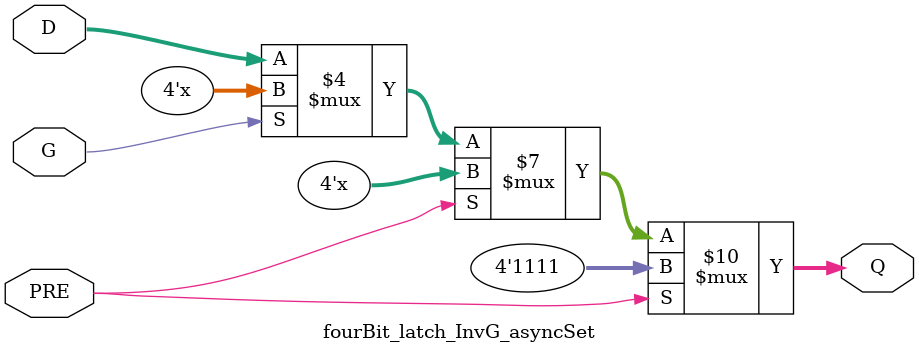
<source format=v>
`timescale 1ns / 1ps

module fourBit_latch_InvG_asyncSet(
    input [3:0] D,
    input G,
    input PRE,
    output reg [3:0] Q
    );
	 
	 always @ (G or D or PRE) begin
		if (PRE)
			Q = 4'b1111;
		else if (~G)
			Q = D;
	 end
	 
endmodule

</source>
